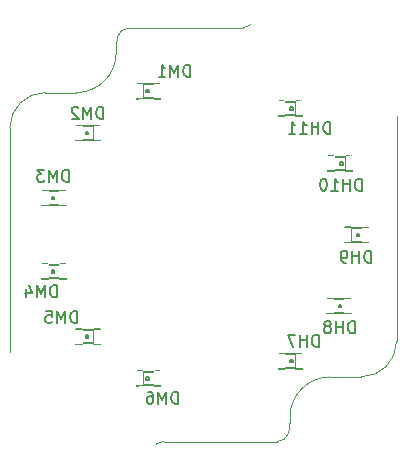
<source format=gbo>
%FSLAX46Y46*%
G04 Gerber Fmt 4.6, Leading zero omitted, Abs format (unit mm)*
G04 Created by KiCad (PCBNEW (2014-jul-16 BZR unknown)-product) date Fri 15 May 2015 05:11:27 PM EDT*
%MOMM*%
G01*
G04 APERTURE LIST*
%ADD10C,0.150000*%
%ADD11C,0.010000*%
%ADD12R,1.198880X1.198880*%
%ADD13C,0.710000*%
%ADD14C,20.000000*%
%ADD15C,0.889000*%
%ADD16C,0.203200*%
G04 APERTURE END LIST*
D10*
D11*
X-6279774Y17513859D02*
X3350000Y17513859D01*
X-7241037Y16789496D02*
G75*
G02X-6279774Y17513859I961263J-275638D01*
G74*
G01*
X-7356884Y15967105D02*
G75*
G02X-7241219Y16788858I2999998J-3246D01*
G74*
G01*
X-7356886Y15963859D02*
X-7356886Y15434116D01*
X-7356886Y15434116D02*
G75*
G02X-10756886Y12034116I-3400000J0D01*
G74*
G01*
X-10756886Y12034116D02*
X-13373666Y12034116D01*
X-16373661Y9039352D02*
G75*
G02X-13373666Y12034116I2999995J-5236D01*
G74*
G01*
X-16373667Y9034116D02*
X-16373667Y-11131265D01*
X-15681866Y-13047567D02*
G75*
G02X-16373667Y-11131265I2308197J1916302D01*
G74*
G01*
X-8143775Y-18703981D02*
G75*
G02X-15679470Y-13050448I8143775J18703983D01*
G74*
G01*
X-6924282Y-18963859D02*
G75*
G02X-8115544Y-18716248I2203J2999999D01*
G74*
G01*
X-6922082Y-18963860D02*
X-5272889Y-18963860D01*
X-4311626Y-18239497D02*
G75*
G02X-5272889Y-18963860I-961263J275638D01*
G74*
G01*
X-4311262Y-18238222D02*
G75*
G02X-3350000Y-17513859I961262J-275637D01*
G74*
G01*
X6279774Y-17513859D02*
X-3350000Y-17513859D01*
X7241037Y-16789496D02*
G75*
G02X6279774Y-17513859I-961263J275638D01*
G74*
G01*
X7356884Y-15967105D02*
G75*
G02X7241219Y-16788858I-2999998J3246D01*
G74*
G01*
X7356886Y-15963859D02*
X7356886Y-15434116D01*
X7356886Y-15434116D02*
G75*
G02X10756886Y-12034116I3400000J0D01*
G74*
G01*
X10756886Y-12034116D02*
X13373666Y-12034116D01*
X16373661Y-9039352D02*
G75*
G02X13373666Y-12034116I-2999995J5236D01*
G74*
G01*
X16373667Y-9034116D02*
X16373667Y11131265D01*
X15681866Y13047567D02*
G75*
G02X16373667Y11131265I-2308197J-1916302D01*
G74*
G01*
X8143775Y18703981D02*
G75*
G02X15679470Y13050448I-8143775J-18703983D01*
G74*
G01*
X6924282Y18963859D02*
G75*
G02X8115544Y18716248I-2203J-2999999D01*
G74*
G01*
X6922082Y18963860D02*
X5272889Y18963860D01*
X4311626Y18239497D02*
G75*
G02X5272889Y18963860I961263J-275638D01*
G74*
G01*
X4311262Y18238222D02*
G75*
G02X3350000Y17513859I-961262J275637D01*
G74*
G01*
D10*
X7877840Y-10999720D02*
X7877840Y-11324840D01*
X7877840Y-11324840D02*
X8378220Y-11324840D01*
X8378220Y-10999720D02*
X8378220Y-11324840D01*
X7877840Y-10999720D02*
X8378220Y-10999720D01*
X7877840Y-10377420D02*
X7877840Y-10527280D01*
X7877840Y-10527280D02*
X8129300Y-10527280D01*
X8129300Y-10377420D02*
X8129300Y-10527280D01*
X7877840Y-10377420D02*
X8129300Y-10377420D01*
X7877840Y-10872720D02*
X7877840Y-11022580D01*
X7877840Y-11022580D02*
X8129300Y-11022580D01*
X8129300Y-10872720D02*
X8129300Y-11022580D01*
X7877840Y-10872720D02*
X8129300Y-10872720D01*
X7877840Y-10501880D02*
X7877840Y-10898120D01*
X7877840Y-10898120D02*
X8053100Y-10898120D01*
X8053100Y-10501880D02*
X8053100Y-10898120D01*
X7877840Y-10501880D02*
X8053100Y-10501880D01*
X6381780Y-10999720D02*
X6381780Y-11324840D01*
X6381780Y-11324840D02*
X6882160Y-11324840D01*
X6882160Y-10999720D02*
X6882160Y-11324840D01*
X6381780Y-10999720D02*
X6882160Y-10999720D01*
X6381780Y-10075160D02*
X6381780Y-10400280D01*
X6381780Y-10400280D02*
X6882160Y-10400280D01*
X6882160Y-10075160D02*
X6882160Y-10400280D01*
X6381780Y-10075160D02*
X6882160Y-10075160D01*
X6630700Y-10872720D02*
X6630700Y-11022580D01*
X6630700Y-11022580D02*
X6882160Y-11022580D01*
X6882160Y-10872720D02*
X6882160Y-11022580D01*
X6630700Y-10872720D02*
X6882160Y-10872720D01*
X6630700Y-10377420D02*
X6630700Y-10527280D01*
X6630700Y-10527280D02*
X6882160Y-10527280D01*
X6882160Y-10377420D02*
X6882160Y-10527280D01*
X6630700Y-10377420D02*
X6882160Y-10377420D01*
X6706900Y-10501880D02*
X6706900Y-10898120D01*
X6706900Y-10898120D02*
X6882160Y-10898120D01*
X6882160Y-10501880D02*
X6882160Y-10898120D01*
X6706900Y-10501880D02*
X6882160Y-10501880D01*
X7380000Y-10600940D02*
X7380000Y-10799060D01*
X7380000Y-10799060D02*
X7578120Y-10799060D01*
X7578120Y-10600940D02*
X7578120Y-10799060D01*
X7380000Y-10600940D02*
X7578120Y-10600940D01*
X7877840Y-10100560D02*
X7877840Y-10400280D01*
X7877840Y-10400280D02*
X8177560Y-10400280D01*
X8177560Y-10100560D02*
X8177560Y-10400280D01*
X7877840Y-10100560D02*
X8177560Y-10100560D01*
X8304560Y-10075160D02*
X8304560Y-10301220D01*
X8304560Y-10301220D02*
X8378220Y-10301220D01*
X8378220Y-10075160D02*
X8378220Y-10301220D01*
X8304560Y-10075160D02*
X8378220Y-10075160D01*
X7903240Y-11274040D02*
X6856760Y-11274040D01*
X6882160Y-10125960D02*
X8304560Y-10125960D01*
X8300202Y-10250420D02*
G75*
G03X8300202Y-10250420I-71842J0D01*
G74*
G01*
X8378220Y-10352020D02*
G75*
G03X8378220Y-11047980I0J-347980D01*
G74*
G01*
X6381780Y-11047980D02*
G75*
G03X6381780Y-10352020I0J347980D01*
G74*
G01*
X12007840Y-6339720D02*
X12007840Y-6664840D01*
X12007840Y-6664840D02*
X12508220Y-6664840D01*
X12508220Y-6339720D02*
X12508220Y-6664840D01*
X12007840Y-6339720D02*
X12508220Y-6339720D01*
X12007840Y-5717420D02*
X12007840Y-5867280D01*
X12007840Y-5867280D02*
X12259300Y-5867280D01*
X12259300Y-5717420D02*
X12259300Y-5867280D01*
X12007840Y-5717420D02*
X12259300Y-5717420D01*
X12007840Y-6212720D02*
X12007840Y-6362580D01*
X12007840Y-6362580D02*
X12259300Y-6362580D01*
X12259300Y-6212720D02*
X12259300Y-6362580D01*
X12007840Y-6212720D02*
X12259300Y-6212720D01*
X12007840Y-5841880D02*
X12007840Y-6238120D01*
X12007840Y-6238120D02*
X12183100Y-6238120D01*
X12183100Y-5841880D02*
X12183100Y-6238120D01*
X12007840Y-5841880D02*
X12183100Y-5841880D01*
X10511780Y-6339720D02*
X10511780Y-6664840D01*
X10511780Y-6664840D02*
X11012160Y-6664840D01*
X11012160Y-6339720D02*
X11012160Y-6664840D01*
X10511780Y-6339720D02*
X11012160Y-6339720D01*
X10511780Y-5415160D02*
X10511780Y-5740280D01*
X10511780Y-5740280D02*
X11012160Y-5740280D01*
X11012160Y-5415160D02*
X11012160Y-5740280D01*
X10511780Y-5415160D02*
X11012160Y-5415160D01*
X10760700Y-6212720D02*
X10760700Y-6362580D01*
X10760700Y-6362580D02*
X11012160Y-6362580D01*
X11012160Y-6212720D02*
X11012160Y-6362580D01*
X10760700Y-6212720D02*
X11012160Y-6212720D01*
X10760700Y-5717420D02*
X10760700Y-5867280D01*
X10760700Y-5867280D02*
X11012160Y-5867280D01*
X11012160Y-5717420D02*
X11012160Y-5867280D01*
X10760700Y-5717420D02*
X11012160Y-5717420D01*
X10836900Y-5841880D02*
X10836900Y-6238120D01*
X10836900Y-6238120D02*
X11012160Y-6238120D01*
X11012160Y-5841880D02*
X11012160Y-6238120D01*
X10836900Y-5841880D02*
X11012160Y-5841880D01*
X11510000Y-5940940D02*
X11510000Y-6139060D01*
X11510000Y-6139060D02*
X11708120Y-6139060D01*
X11708120Y-5940940D02*
X11708120Y-6139060D01*
X11510000Y-5940940D02*
X11708120Y-5940940D01*
X12007840Y-5440560D02*
X12007840Y-5740280D01*
X12007840Y-5740280D02*
X12307560Y-5740280D01*
X12307560Y-5440560D02*
X12307560Y-5740280D01*
X12007840Y-5440560D02*
X12307560Y-5440560D01*
X12434560Y-5415160D02*
X12434560Y-5641220D01*
X12434560Y-5641220D02*
X12508220Y-5641220D01*
X12508220Y-5415160D02*
X12508220Y-5641220D01*
X12434560Y-5415160D02*
X12508220Y-5415160D01*
X12033240Y-6614040D02*
X10986760Y-6614040D01*
X11012160Y-5465960D02*
X12434560Y-5465960D01*
X12430202Y-5590420D02*
G75*
G03X12430202Y-5590420I-71842J0D01*
G74*
G01*
X12508220Y-5692020D02*
G75*
G03X12508220Y-6387980I0J-347980D01*
G74*
G01*
X10511780Y-6387980D02*
G75*
G03X10511780Y-5692020I0J347980D01*
G74*
G01*
X13497840Y-299720D02*
X13497840Y-624840D01*
X13497840Y-624840D02*
X13998220Y-624840D01*
X13998220Y-299720D02*
X13998220Y-624840D01*
X13497840Y-299720D02*
X13998220Y-299720D01*
X13497840Y322580D02*
X13497840Y172720D01*
X13497840Y172720D02*
X13749300Y172720D01*
X13749300Y322580D02*
X13749300Y172720D01*
X13497840Y322580D02*
X13749300Y322580D01*
X13497840Y-172720D02*
X13497840Y-322580D01*
X13497840Y-322580D02*
X13749300Y-322580D01*
X13749300Y-172720D02*
X13749300Y-322580D01*
X13497840Y-172720D02*
X13749300Y-172720D01*
X13497840Y198120D02*
X13497840Y-198120D01*
X13497840Y-198120D02*
X13673100Y-198120D01*
X13673100Y198120D02*
X13673100Y-198120D01*
X13497840Y198120D02*
X13673100Y198120D01*
X12001780Y-299720D02*
X12001780Y-624840D01*
X12001780Y-624840D02*
X12502160Y-624840D01*
X12502160Y-299720D02*
X12502160Y-624840D01*
X12001780Y-299720D02*
X12502160Y-299720D01*
X12001780Y624840D02*
X12001780Y299720D01*
X12001780Y299720D02*
X12502160Y299720D01*
X12502160Y624840D02*
X12502160Y299720D01*
X12001780Y624840D02*
X12502160Y624840D01*
X12250700Y-172720D02*
X12250700Y-322580D01*
X12250700Y-322580D02*
X12502160Y-322580D01*
X12502160Y-172720D02*
X12502160Y-322580D01*
X12250700Y-172720D02*
X12502160Y-172720D01*
X12250700Y322580D02*
X12250700Y172720D01*
X12250700Y172720D02*
X12502160Y172720D01*
X12502160Y322580D02*
X12502160Y172720D01*
X12250700Y322580D02*
X12502160Y322580D01*
X12326900Y198120D02*
X12326900Y-198120D01*
X12326900Y-198120D02*
X12502160Y-198120D01*
X12502160Y198120D02*
X12502160Y-198120D01*
X12326900Y198120D02*
X12502160Y198120D01*
X13000000Y99060D02*
X13000000Y-99060D01*
X13000000Y-99060D02*
X13198120Y-99060D01*
X13198120Y99060D02*
X13198120Y-99060D01*
X13000000Y99060D02*
X13198120Y99060D01*
X13497840Y599440D02*
X13497840Y299720D01*
X13497840Y299720D02*
X13797560Y299720D01*
X13797560Y599440D02*
X13797560Y299720D01*
X13497840Y599440D02*
X13797560Y599440D01*
X13924560Y624840D02*
X13924560Y398780D01*
X13924560Y398780D02*
X13998220Y398780D01*
X13998220Y624840D02*
X13998220Y398780D01*
X13924560Y624840D02*
X13998220Y624840D01*
X13523240Y-574040D02*
X12476760Y-574040D01*
X12502160Y574040D02*
X13924560Y574040D01*
X13920202Y449580D02*
G75*
G03X13920202Y449580I-71842J0D01*
G74*
G01*
X13998220Y347980D02*
G75*
G03X13998220Y-347980I0J-347980D01*
G74*
G01*
X12001780Y-347980D02*
G75*
G03X12001780Y347980I0J347980D01*
G74*
G01*
X12107840Y5740280D02*
X12107840Y5415160D01*
X12107840Y5415160D02*
X12608220Y5415160D01*
X12608220Y5740280D02*
X12608220Y5415160D01*
X12107840Y5740280D02*
X12608220Y5740280D01*
X12107840Y6362580D02*
X12107840Y6212720D01*
X12107840Y6212720D02*
X12359300Y6212720D01*
X12359300Y6362580D02*
X12359300Y6212720D01*
X12107840Y6362580D02*
X12359300Y6362580D01*
X12107840Y5867280D02*
X12107840Y5717420D01*
X12107840Y5717420D02*
X12359300Y5717420D01*
X12359300Y5867280D02*
X12359300Y5717420D01*
X12107840Y5867280D02*
X12359300Y5867280D01*
X12107840Y6238120D02*
X12107840Y5841880D01*
X12107840Y5841880D02*
X12283100Y5841880D01*
X12283100Y6238120D02*
X12283100Y5841880D01*
X12107840Y6238120D02*
X12283100Y6238120D01*
X10611780Y5740280D02*
X10611780Y5415160D01*
X10611780Y5415160D02*
X11112160Y5415160D01*
X11112160Y5740280D02*
X11112160Y5415160D01*
X10611780Y5740280D02*
X11112160Y5740280D01*
X10611780Y6664840D02*
X10611780Y6339720D01*
X10611780Y6339720D02*
X11112160Y6339720D01*
X11112160Y6664840D02*
X11112160Y6339720D01*
X10611780Y6664840D02*
X11112160Y6664840D01*
X10860700Y5867280D02*
X10860700Y5717420D01*
X10860700Y5717420D02*
X11112160Y5717420D01*
X11112160Y5867280D02*
X11112160Y5717420D01*
X10860700Y5867280D02*
X11112160Y5867280D01*
X10860700Y6362580D02*
X10860700Y6212720D01*
X10860700Y6212720D02*
X11112160Y6212720D01*
X11112160Y6362580D02*
X11112160Y6212720D01*
X10860700Y6362580D02*
X11112160Y6362580D01*
X10936900Y6238120D02*
X10936900Y5841880D01*
X10936900Y5841880D02*
X11112160Y5841880D01*
X11112160Y6238120D02*
X11112160Y5841880D01*
X10936900Y6238120D02*
X11112160Y6238120D01*
X11610000Y6139060D02*
X11610000Y5940940D01*
X11610000Y5940940D02*
X11808120Y5940940D01*
X11808120Y6139060D02*
X11808120Y5940940D01*
X11610000Y6139060D02*
X11808120Y6139060D01*
X12107840Y6639440D02*
X12107840Y6339720D01*
X12107840Y6339720D02*
X12407560Y6339720D01*
X12407560Y6639440D02*
X12407560Y6339720D01*
X12107840Y6639440D02*
X12407560Y6639440D01*
X12534560Y6664840D02*
X12534560Y6438780D01*
X12534560Y6438780D02*
X12608220Y6438780D01*
X12608220Y6664840D02*
X12608220Y6438780D01*
X12534560Y6664840D02*
X12608220Y6664840D01*
X12133240Y5465960D02*
X11086760Y5465960D01*
X11112160Y6614040D02*
X12534560Y6614040D01*
X12530202Y6489580D02*
G75*
G03X12530202Y6489580I-71842J0D01*
G74*
G01*
X12608220Y6387980D02*
G75*
G03X12608220Y5692020I0J-347980D01*
G74*
G01*
X10611780Y5692020D02*
G75*
G03X10611780Y6387980I0J347980D01*
G74*
G01*
X7877840Y10400280D02*
X7877840Y10075160D01*
X7877840Y10075160D02*
X8378220Y10075160D01*
X8378220Y10400280D02*
X8378220Y10075160D01*
X7877840Y10400280D02*
X8378220Y10400280D01*
X7877840Y11022580D02*
X7877840Y10872720D01*
X7877840Y10872720D02*
X8129300Y10872720D01*
X8129300Y11022580D02*
X8129300Y10872720D01*
X7877840Y11022580D02*
X8129300Y11022580D01*
X7877840Y10527280D02*
X7877840Y10377420D01*
X7877840Y10377420D02*
X8129300Y10377420D01*
X8129300Y10527280D02*
X8129300Y10377420D01*
X7877840Y10527280D02*
X8129300Y10527280D01*
X7877840Y10898120D02*
X7877840Y10501880D01*
X7877840Y10501880D02*
X8053100Y10501880D01*
X8053100Y10898120D02*
X8053100Y10501880D01*
X7877840Y10898120D02*
X8053100Y10898120D01*
X6381780Y10400280D02*
X6381780Y10075160D01*
X6381780Y10075160D02*
X6882160Y10075160D01*
X6882160Y10400280D02*
X6882160Y10075160D01*
X6381780Y10400280D02*
X6882160Y10400280D01*
X6381780Y11324840D02*
X6381780Y10999720D01*
X6381780Y10999720D02*
X6882160Y10999720D01*
X6882160Y11324840D02*
X6882160Y10999720D01*
X6381780Y11324840D02*
X6882160Y11324840D01*
X6630700Y10527280D02*
X6630700Y10377420D01*
X6630700Y10377420D02*
X6882160Y10377420D01*
X6882160Y10527280D02*
X6882160Y10377420D01*
X6630700Y10527280D02*
X6882160Y10527280D01*
X6630700Y11022580D02*
X6630700Y10872720D01*
X6630700Y10872720D02*
X6882160Y10872720D01*
X6882160Y11022580D02*
X6882160Y10872720D01*
X6630700Y11022580D02*
X6882160Y11022580D01*
X6706900Y10898120D02*
X6706900Y10501880D01*
X6706900Y10501880D02*
X6882160Y10501880D01*
X6882160Y10898120D02*
X6882160Y10501880D01*
X6706900Y10898120D02*
X6882160Y10898120D01*
X7380000Y10799060D02*
X7380000Y10600940D01*
X7380000Y10600940D02*
X7578120Y10600940D01*
X7578120Y10799060D02*
X7578120Y10600940D01*
X7380000Y10799060D02*
X7578120Y10799060D01*
X7877840Y11299440D02*
X7877840Y10999720D01*
X7877840Y10999720D02*
X8177560Y10999720D01*
X8177560Y11299440D02*
X8177560Y10999720D01*
X7877840Y11299440D02*
X8177560Y11299440D01*
X8304560Y11324840D02*
X8304560Y11098780D01*
X8304560Y11098780D02*
X8378220Y11098780D01*
X8378220Y11324840D02*
X8378220Y11098780D01*
X8304560Y11324840D02*
X8378220Y11324840D01*
X7903240Y10125960D02*
X6856760Y10125960D01*
X6882160Y11274040D02*
X8304560Y11274040D01*
X8300202Y11149580D02*
G75*
G03X8300202Y11149580I-71842J0D01*
G74*
G01*
X8378220Y11047980D02*
G75*
G03X8378220Y10352020I0J-347980D01*
G74*
G01*
X6381780Y10352020D02*
G75*
G03X6381780Y11047980I0J347980D01*
G74*
G01*
X-5107840Y12459720D02*
X-5107840Y12784840D01*
X-5107840Y12784840D02*
X-5608220Y12784840D01*
X-5608220Y12459720D02*
X-5608220Y12784840D01*
X-5107840Y12459720D02*
X-5608220Y12459720D01*
X-5107840Y11837420D02*
X-5107840Y11987280D01*
X-5107840Y11987280D02*
X-5359300Y11987280D01*
X-5359300Y11837420D02*
X-5359300Y11987280D01*
X-5107840Y11837420D02*
X-5359300Y11837420D01*
X-5107840Y12332720D02*
X-5107840Y12482580D01*
X-5107840Y12482580D02*
X-5359300Y12482580D01*
X-5359300Y12332720D02*
X-5359300Y12482580D01*
X-5107840Y12332720D02*
X-5359300Y12332720D01*
X-5107840Y11961880D02*
X-5107840Y12358120D01*
X-5107840Y12358120D02*
X-5283100Y12358120D01*
X-5283100Y11961880D02*
X-5283100Y12358120D01*
X-5107840Y11961880D02*
X-5283100Y11961880D01*
X-3611780Y12459720D02*
X-3611780Y12784840D01*
X-3611780Y12784840D02*
X-4112160Y12784840D01*
X-4112160Y12459720D02*
X-4112160Y12784840D01*
X-3611780Y12459720D02*
X-4112160Y12459720D01*
X-3611780Y11535160D02*
X-3611780Y11860280D01*
X-3611780Y11860280D02*
X-4112160Y11860280D01*
X-4112160Y11535160D02*
X-4112160Y11860280D01*
X-3611780Y11535160D02*
X-4112160Y11535160D01*
X-3860700Y12332720D02*
X-3860700Y12482580D01*
X-3860700Y12482580D02*
X-4112160Y12482580D01*
X-4112160Y12332720D02*
X-4112160Y12482580D01*
X-3860700Y12332720D02*
X-4112160Y12332720D01*
X-3860700Y11837420D02*
X-3860700Y11987280D01*
X-3860700Y11987280D02*
X-4112160Y11987280D01*
X-4112160Y11837420D02*
X-4112160Y11987280D01*
X-3860700Y11837420D02*
X-4112160Y11837420D01*
X-3936900Y11961880D02*
X-3936900Y12358120D01*
X-3936900Y12358120D02*
X-4112160Y12358120D01*
X-4112160Y11961880D02*
X-4112160Y12358120D01*
X-3936900Y11961880D02*
X-4112160Y11961880D01*
X-4610000Y12060940D02*
X-4610000Y12259060D01*
X-4610000Y12259060D02*
X-4808120Y12259060D01*
X-4808120Y12060940D02*
X-4808120Y12259060D01*
X-4610000Y12060940D02*
X-4808120Y12060940D01*
X-5107840Y11560560D02*
X-5107840Y11860280D01*
X-5107840Y11860280D02*
X-5407560Y11860280D01*
X-5407560Y11560560D02*
X-5407560Y11860280D01*
X-5107840Y11560560D02*
X-5407560Y11560560D01*
X-5534560Y11535160D02*
X-5534560Y11761220D01*
X-5534560Y11761220D02*
X-5608220Y11761220D01*
X-5608220Y11535160D02*
X-5608220Y11761220D01*
X-5534560Y11535160D02*
X-5608220Y11535160D01*
X-5133240Y12734040D02*
X-4086760Y12734040D01*
X-4112160Y11585960D02*
X-5534560Y11585960D01*
X-5386518Y11710420D02*
G75*
G03X-5386518Y11710420I-71842J0D01*
G74*
G01*
X-5608220Y11812020D02*
G75*
G03X-5608220Y12507980I0J347980D01*
G74*
G01*
X-3611780Y12507980D02*
G75*
G03X-3611780Y11812020I0J-347980D01*
G74*
G01*
X-10227840Y8919720D02*
X-10227840Y9244840D01*
X-10227840Y9244840D02*
X-10728220Y9244840D01*
X-10728220Y8919720D02*
X-10728220Y9244840D01*
X-10227840Y8919720D02*
X-10728220Y8919720D01*
X-10227840Y8297420D02*
X-10227840Y8447280D01*
X-10227840Y8447280D02*
X-10479300Y8447280D01*
X-10479300Y8297420D02*
X-10479300Y8447280D01*
X-10227840Y8297420D02*
X-10479300Y8297420D01*
X-10227840Y8792720D02*
X-10227840Y8942580D01*
X-10227840Y8942580D02*
X-10479300Y8942580D01*
X-10479300Y8792720D02*
X-10479300Y8942580D01*
X-10227840Y8792720D02*
X-10479300Y8792720D01*
X-10227840Y8421880D02*
X-10227840Y8818120D01*
X-10227840Y8818120D02*
X-10403100Y8818120D01*
X-10403100Y8421880D02*
X-10403100Y8818120D01*
X-10227840Y8421880D02*
X-10403100Y8421880D01*
X-8731780Y8919720D02*
X-8731780Y9244840D01*
X-8731780Y9244840D02*
X-9232160Y9244840D01*
X-9232160Y8919720D02*
X-9232160Y9244840D01*
X-8731780Y8919720D02*
X-9232160Y8919720D01*
X-8731780Y7995160D02*
X-8731780Y8320280D01*
X-8731780Y8320280D02*
X-9232160Y8320280D01*
X-9232160Y7995160D02*
X-9232160Y8320280D01*
X-8731780Y7995160D02*
X-9232160Y7995160D01*
X-8980700Y8792720D02*
X-8980700Y8942580D01*
X-8980700Y8942580D02*
X-9232160Y8942580D01*
X-9232160Y8792720D02*
X-9232160Y8942580D01*
X-8980700Y8792720D02*
X-9232160Y8792720D01*
X-8980700Y8297420D02*
X-8980700Y8447280D01*
X-8980700Y8447280D02*
X-9232160Y8447280D01*
X-9232160Y8297420D02*
X-9232160Y8447280D01*
X-8980700Y8297420D02*
X-9232160Y8297420D01*
X-9056900Y8421880D02*
X-9056900Y8818120D01*
X-9056900Y8818120D02*
X-9232160Y8818120D01*
X-9232160Y8421880D02*
X-9232160Y8818120D01*
X-9056900Y8421880D02*
X-9232160Y8421880D01*
X-9730000Y8520940D02*
X-9730000Y8719060D01*
X-9730000Y8719060D02*
X-9928120Y8719060D01*
X-9928120Y8520940D02*
X-9928120Y8719060D01*
X-9730000Y8520940D02*
X-9928120Y8520940D01*
X-10227840Y8020560D02*
X-10227840Y8320280D01*
X-10227840Y8320280D02*
X-10527560Y8320280D01*
X-10527560Y8020560D02*
X-10527560Y8320280D01*
X-10227840Y8020560D02*
X-10527560Y8020560D01*
X-10654560Y7995160D02*
X-10654560Y8221220D01*
X-10654560Y8221220D02*
X-10728220Y8221220D01*
X-10728220Y7995160D02*
X-10728220Y8221220D01*
X-10654560Y7995160D02*
X-10728220Y7995160D01*
X-10253240Y9194040D02*
X-9206760Y9194040D01*
X-9232160Y8045960D02*
X-10654560Y8045960D01*
X-10506518Y8170420D02*
G75*
G03X-10506518Y8170420I-71842J0D01*
G74*
G01*
X-10728220Y8272020D02*
G75*
G03X-10728220Y8967980I0J347980D01*
G74*
G01*
X-8731780Y8967980D02*
G75*
G03X-8731780Y8272020I0J-347980D01*
G74*
G01*
X-13117840Y3409720D02*
X-13117840Y3734840D01*
X-13117840Y3734840D02*
X-13618220Y3734840D01*
X-13618220Y3409720D02*
X-13618220Y3734840D01*
X-13117840Y3409720D02*
X-13618220Y3409720D01*
X-13117840Y2787420D02*
X-13117840Y2937280D01*
X-13117840Y2937280D02*
X-13369300Y2937280D01*
X-13369300Y2787420D02*
X-13369300Y2937280D01*
X-13117840Y2787420D02*
X-13369300Y2787420D01*
X-13117840Y3282720D02*
X-13117840Y3432580D01*
X-13117840Y3432580D02*
X-13369300Y3432580D01*
X-13369300Y3282720D02*
X-13369300Y3432580D01*
X-13117840Y3282720D02*
X-13369300Y3282720D01*
X-13117840Y2911880D02*
X-13117840Y3308120D01*
X-13117840Y3308120D02*
X-13293100Y3308120D01*
X-13293100Y2911880D02*
X-13293100Y3308120D01*
X-13117840Y2911880D02*
X-13293100Y2911880D01*
X-11621780Y3409720D02*
X-11621780Y3734840D01*
X-11621780Y3734840D02*
X-12122160Y3734840D01*
X-12122160Y3409720D02*
X-12122160Y3734840D01*
X-11621780Y3409720D02*
X-12122160Y3409720D01*
X-11621780Y2485160D02*
X-11621780Y2810280D01*
X-11621780Y2810280D02*
X-12122160Y2810280D01*
X-12122160Y2485160D02*
X-12122160Y2810280D01*
X-11621780Y2485160D02*
X-12122160Y2485160D01*
X-11870700Y3282720D02*
X-11870700Y3432580D01*
X-11870700Y3432580D02*
X-12122160Y3432580D01*
X-12122160Y3282720D02*
X-12122160Y3432580D01*
X-11870700Y3282720D02*
X-12122160Y3282720D01*
X-11870700Y2787420D02*
X-11870700Y2937280D01*
X-11870700Y2937280D02*
X-12122160Y2937280D01*
X-12122160Y2787420D02*
X-12122160Y2937280D01*
X-11870700Y2787420D02*
X-12122160Y2787420D01*
X-11946900Y2911880D02*
X-11946900Y3308120D01*
X-11946900Y3308120D02*
X-12122160Y3308120D01*
X-12122160Y2911880D02*
X-12122160Y3308120D01*
X-11946900Y2911880D02*
X-12122160Y2911880D01*
X-12620000Y3010940D02*
X-12620000Y3209060D01*
X-12620000Y3209060D02*
X-12818120Y3209060D01*
X-12818120Y3010940D02*
X-12818120Y3209060D01*
X-12620000Y3010940D02*
X-12818120Y3010940D01*
X-13117840Y2510560D02*
X-13117840Y2810280D01*
X-13117840Y2810280D02*
X-13417560Y2810280D01*
X-13417560Y2510560D02*
X-13417560Y2810280D01*
X-13117840Y2510560D02*
X-13417560Y2510560D01*
X-13544560Y2485160D02*
X-13544560Y2711220D01*
X-13544560Y2711220D02*
X-13618220Y2711220D01*
X-13618220Y2485160D02*
X-13618220Y2711220D01*
X-13544560Y2485160D02*
X-13618220Y2485160D01*
X-13143240Y3684040D02*
X-12096760Y3684040D01*
X-12122160Y2535960D02*
X-13544560Y2535960D01*
X-13396518Y2660420D02*
G75*
G03X-13396518Y2660420I-71842J0D01*
G74*
G01*
X-13618220Y2762020D02*
G75*
G03X-13618220Y3457980I0J347980D01*
G74*
G01*
X-11621780Y3457980D02*
G75*
G03X-11621780Y2762020I0J-347980D01*
G74*
G01*
X-13117840Y-2810280D02*
X-13117840Y-2485160D01*
X-13117840Y-2485160D02*
X-13618220Y-2485160D01*
X-13618220Y-2810280D02*
X-13618220Y-2485160D01*
X-13117840Y-2810280D02*
X-13618220Y-2810280D01*
X-13117840Y-3432580D02*
X-13117840Y-3282720D01*
X-13117840Y-3282720D02*
X-13369300Y-3282720D01*
X-13369300Y-3432580D02*
X-13369300Y-3282720D01*
X-13117840Y-3432580D02*
X-13369300Y-3432580D01*
X-13117840Y-2937280D02*
X-13117840Y-2787420D01*
X-13117840Y-2787420D02*
X-13369300Y-2787420D01*
X-13369300Y-2937280D02*
X-13369300Y-2787420D01*
X-13117840Y-2937280D02*
X-13369300Y-2937280D01*
X-13117840Y-3308120D02*
X-13117840Y-2911880D01*
X-13117840Y-2911880D02*
X-13293100Y-2911880D01*
X-13293100Y-3308120D02*
X-13293100Y-2911880D01*
X-13117840Y-3308120D02*
X-13293100Y-3308120D01*
X-11621780Y-2810280D02*
X-11621780Y-2485160D01*
X-11621780Y-2485160D02*
X-12122160Y-2485160D01*
X-12122160Y-2810280D02*
X-12122160Y-2485160D01*
X-11621780Y-2810280D02*
X-12122160Y-2810280D01*
X-11621780Y-3734840D02*
X-11621780Y-3409720D01*
X-11621780Y-3409720D02*
X-12122160Y-3409720D01*
X-12122160Y-3734840D02*
X-12122160Y-3409720D01*
X-11621780Y-3734840D02*
X-12122160Y-3734840D01*
X-11870700Y-2937280D02*
X-11870700Y-2787420D01*
X-11870700Y-2787420D02*
X-12122160Y-2787420D01*
X-12122160Y-2937280D02*
X-12122160Y-2787420D01*
X-11870700Y-2937280D02*
X-12122160Y-2937280D01*
X-11870700Y-3432580D02*
X-11870700Y-3282720D01*
X-11870700Y-3282720D02*
X-12122160Y-3282720D01*
X-12122160Y-3432580D02*
X-12122160Y-3282720D01*
X-11870700Y-3432580D02*
X-12122160Y-3432580D01*
X-11946900Y-3308120D02*
X-11946900Y-2911880D01*
X-11946900Y-2911880D02*
X-12122160Y-2911880D01*
X-12122160Y-3308120D02*
X-12122160Y-2911880D01*
X-11946900Y-3308120D02*
X-12122160Y-3308120D01*
X-12620000Y-3209060D02*
X-12620000Y-3010940D01*
X-12620000Y-3010940D02*
X-12818120Y-3010940D01*
X-12818120Y-3209060D02*
X-12818120Y-3010940D01*
X-12620000Y-3209060D02*
X-12818120Y-3209060D01*
X-13117840Y-3709440D02*
X-13117840Y-3409720D01*
X-13117840Y-3409720D02*
X-13417560Y-3409720D01*
X-13417560Y-3709440D02*
X-13417560Y-3409720D01*
X-13117840Y-3709440D02*
X-13417560Y-3709440D01*
X-13544560Y-3734840D02*
X-13544560Y-3508780D01*
X-13544560Y-3508780D02*
X-13618220Y-3508780D01*
X-13618220Y-3734840D02*
X-13618220Y-3508780D01*
X-13544560Y-3734840D02*
X-13618220Y-3734840D01*
X-13143240Y-2535960D02*
X-12096760Y-2535960D01*
X-12122160Y-3684040D02*
X-13544560Y-3684040D01*
X-13396518Y-3559580D02*
G75*
G03X-13396518Y-3559580I-71842J0D01*
G74*
G01*
X-13618220Y-3457980D02*
G75*
G03X-13618220Y-2762020I0J347980D01*
G74*
G01*
X-11621780Y-2762020D02*
G75*
G03X-11621780Y-3457980I0J-347980D01*
G74*
G01*
X-10227840Y-8320280D02*
X-10227840Y-7995160D01*
X-10227840Y-7995160D02*
X-10728220Y-7995160D01*
X-10728220Y-8320280D02*
X-10728220Y-7995160D01*
X-10227840Y-8320280D02*
X-10728220Y-8320280D01*
X-10227840Y-8942580D02*
X-10227840Y-8792720D01*
X-10227840Y-8792720D02*
X-10479300Y-8792720D01*
X-10479300Y-8942580D02*
X-10479300Y-8792720D01*
X-10227840Y-8942580D02*
X-10479300Y-8942580D01*
X-10227840Y-8447280D02*
X-10227840Y-8297420D01*
X-10227840Y-8297420D02*
X-10479300Y-8297420D01*
X-10479300Y-8447280D02*
X-10479300Y-8297420D01*
X-10227840Y-8447280D02*
X-10479300Y-8447280D01*
X-10227840Y-8818120D02*
X-10227840Y-8421880D01*
X-10227840Y-8421880D02*
X-10403100Y-8421880D01*
X-10403100Y-8818120D02*
X-10403100Y-8421880D01*
X-10227840Y-8818120D02*
X-10403100Y-8818120D01*
X-8731780Y-8320280D02*
X-8731780Y-7995160D01*
X-8731780Y-7995160D02*
X-9232160Y-7995160D01*
X-9232160Y-8320280D02*
X-9232160Y-7995160D01*
X-8731780Y-8320280D02*
X-9232160Y-8320280D01*
X-8731780Y-9244840D02*
X-8731780Y-8919720D01*
X-8731780Y-8919720D02*
X-9232160Y-8919720D01*
X-9232160Y-9244840D02*
X-9232160Y-8919720D01*
X-8731780Y-9244840D02*
X-9232160Y-9244840D01*
X-8980700Y-8447280D02*
X-8980700Y-8297420D01*
X-8980700Y-8297420D02*
X-9232160Y-8297420D01*
X-9232160Y-8447280D02*
X-9232160Y-8297420D01*
X-8980700Y-8447280D02*
X-9232160Y-8447280D01*
X-8980700Y-8942580D02*
X-8980700Y-8792720D01*
X-8980700Y-8792720D02*
X-9232160Y-8792720D01*
X-9232160Y-8942580D02*
X-9232160Y-8792720D01*
X-8980700Y-8942580D02*
X-9232160Y-8942580D01*
X-9056900Y-8818120D02*
X-9056900Y-8421880D01*
X-9056900Y-8421880D02*
X-9232160Y-8421880D01*
X-9232160Y-8818120D02*
X-9232160Y-8421880D01*
X-9056900Y-8818120D02*
X-9232160Y-8818120D01*
X-9730000Y-8719060D02*
X-9730000Y-8520940D01*
X-9730000Y-8520940D02*
X-9928120Y-8520940D01*
X-9928120Y-8719060D02*
X-9928120Y-8520940D01*
X-9730000Y-8719060D02*
X-9928120Y-8719060D01*
X-10227840Y-9219440D02*
X-10227840Y-8919720D01*
X-10227840Y-8919720D02*
X-10527560Y-8919720D01*
X-10527560Y-9219440D02*
X-10527560Y-8919720D01*
X-10227840Y-9219440D02*
X-10527560Y-9219440D01*
X-10654560Y-9244840D02*
X-10654560Y-9018780D01*
X-10654560Y-9018780D02*
X-10728220Y-9018780D01*
X-10728220Y-9244840D02*
X-10728220Y-9018780D01*
X-10654560Y-9244840D02*
X-10728220Y-9244840D01*
X-10253240Y-8045960D02*
X-9206760Y-8045960D01*
X-9232160Y-9194040D02*
X-10654560Y-9194040D01*
X-10506518Y-9069580D02*
G75*
G03X-10506518Y-9069580I-71842J0D01*
G74*
G01*
X-10728220Y-8967980D02*
G75*
G03X-10728220Y-8272020I0J347980D01*
G74*
G01*
X-8731780Y-8272020D02*
G75*
G03X-8731780Y-8967980I0J-347980D01*
G74*
G01*
X-5107840Y-11860280D02*
X-5107840Y-11535160D01*
X-5107840Y-11535160D02*
X-5608220Y-11535160D01*
X-5608220Y-11860280D02*
X-5608220Y-11535160D01*
X-5107840Y-11860280D02*
X-5608220Y-11860280D01*
X-5107840Y-12482580D02*
X-5107840Y-12332720D01*
X-5107840Y-12332720D02*
X-5359300Y-12332720D01*
X-5359300Y-12482580D02*
X-5359300Y-12332720D01*
X-5107840Y-12482580D02*
X-5359300Y-12482580D01*
X-5107840Y-11987280D02*
X-5107840Y-11837420D01*
X-5107840Y-11837420D02*
X-5359300Y-11837420D01*
X-5359300Y-11987280D02*
X-5359300Y-11837420D01*
X-5107840Y-11987280D02*
X-5359300Y-11987280D01*
X-5107840Y-12358120D02*
X-5107840Y-11961880D01*
X-5107840Y-11961880D02*
X-5283100Y-11961880D01*
X-5283100Y-12358120D02*
X-5283100Y-11961880D01*
X-5107840Y-12358120D02*
X-5283100Y-12358120D01*
X-3611780Y-11860280D02*
X-3611780Y-11535160D01*
X-3611780Y-11535160D02*
X-4112160Y-11535160D01*
X-4112160Y-11860280D02*
X-4112160Y-11535160D01*
X-3611780Y-11860280D02*
X-4112160Y-11860280D01*
X-3611780Y-12784840D02*
X-3611780Y-12459720D01*
X-3611780Y-12459720D02*
X-4112160Y-12459720D01*
X-4112160Y-12784840D02*
X-4112160Y-12459720D01*
X-3611780Y-12784840D02*
X-4112160Y-12784840D01*
X-3860700Y-11987280D02*
X-3860700Y-11837420D01*
X-3860700Y-11837420D02*
X-4112160Y-11837420D01*
X-4112160Y-11987280D02*
X-4112160Y-11837420D01*
X-3860700Y-11987280D02*
X-4112160Y-11987280D01*
X-3860700Y-12482580D02*
X-3860700Y-12332720D01*
X-3860700Y-12332720D02*
X-4112160Y-12332720D01*
X-4112160Y-12482580D02*
X-4112160Y-12332720D01*
X-3860700Y-12482580D02*
X-4112160Y-12482580D01*
X-3936900Y-12358120D02*
X-3936900Y-11961880D01*
X-3936900Y-11961880D02*
X-4112160Y-11961880D01*
X-4112160Y-12358120D02*
X-4112160Y-11961880D01*
X-3936900Y-12358120D02*
X-4112160Y-12358120D01*
X-4610000Y-12259060D02*
X-4610000Y-12060940D01*
X-4610000Y-12060940D02*
X-4808120Y-12060940D01*
X-4808120Y-12259060D02*
X-4808120Y-12060940D01*
X-4610000Y-12259060D02*
X-4808120Y-12259060D01*
X-5107840Y-12759440D02*
X-5107840Y-12459720D01*
X-5107840Y-12459720D02*
X-5407560Y-12459720D01*
X-5407560Y-12759440D02*
X-5407560Y-12459720D01*
X-5107840Y-12759440D02*
X-5407560Y-12759440D01*
X-5534560Y-12784840D02*
X-5534560Y-12558780D01*
X-5534560Y-12558780D02*
X-5608220Y-12558780D01*
X-5608220Y-12784840D02*
X-5608220Y-12558780D01*
X-5534560Y-12784840D02*
X-5608220Y-12784840D01*
X-5133240Y-11585960D02*
X-4086760Y-11585960D01*
X-4112160Y-12734040D02*
X-5534560Y-12734040D01*
X-5386518Y-12609580D02*
G75*
G03X-5386518Y-12609580I-71842J0D01*
G74*
G01*
X-5608220Y-12507980D02*
G75*
G03X-5608220Y-11812020I0J347980D01*
G74*
G01*
X-3611780Y-11812020D02*
G75*
G03X-3611780Y-12507980I0J-347980D01*
G74*
G01*
X9770905Y-9469381D02*
X9770905Y-8469381D01*
X9532810Y-8469381D01*
X9389952Y-8517000D01*
X9294714Y-8612238D01*
X9247095Y-8707476D01*
X9199476Y-8897952D01*
X9199476Y-9040810D01*
X9247095Y-9231286D01*
X9294714Y-9326524D01*
X9389952Y-9421762D01*
X9532810Y-9469381D01*
X9770905Y-9469381D01*
X8770905Y-9469381D02*
X8770905Y-8469381D01*
X8770905Y-8945571D02*
X8199476Y-8945571D01*
X8199476Y-9469381D02*
X8199476Y-8469381D01*
X7818524Y-8469381D02*
X7151857Y-8469381D01*
X7580429Y-9469381D01*
X12818905Y-8326381D02*
X12818905Y-7326381D01*
X12580810Y-7326381D01*
X12437952Y-7374000D01*
X12342714Y-7469238D01*
X12295095Y-7564476D01*
X12247476Y-7754952D01*
X12247476Y-7897810D01*
X12295095Y-8088286D01*
X12342714Y-8183524D01*
X12437952Y-8278762D01*
X12580810Y-8326381D01*
X12818905Y-8326381D01*
X11818905Y-8326381D02*
X11818905Y-7326381D01*
X11818905Y-7802571D02*
X11247476Y-7802571D01*
X11247476Y-8326381D02*
X11247476Y-7326381D01*
X10628429Y-7754952D02*
X10723667Y-7707333D01*
X10771286Y-7659714D01*
X10818905Y-7564476D01*
X10818905Y-7516857D01*
X10771286Y-7421619D01*
X10723667Y-7374000D01*
X10628429Y-7326381D01*
X10437952Y-7326381D01*
X10342714Y-7374000D01*
X10295095Y-7421619D01*
X10247476Y-7516857D01*
X10247476Y-7564476D01*
X10295095Y-7659714D01*
X10342714Y-7707333D01*
X10437952Y-7754952D01*
X10628429Y-7754952D01*
X10723667Y-7802571D01*
X10771286Y-7850190D01*
X10818905Y-7945429D01*
X10818905Y-8135905D01*
X10771286Y-8231143D01*
X10723667Y-8278762D01*
X10628429Y-8326381D01*
X10437952Y-8326381D01*
X10342714Y-8278762D01*
X10295095Y-8231143D01*
X10247476Y-8135905D01*
X10247476Y-7945429D01*
X10295095Y-7850190D01*
X10342714Y-7802571D01*
X10437952Y-7754952D01*
X14215905Y-2357381D02*
X14215905Y-1357381D01*
X13977810Y-1357381D01*
X13834952Y-1405000D01*
X13739714Y-1500238D01*
X13692095Y-1595476D01*
X13644476Y-1785952D01*
X13644476Y-1928810D01*
X13692095Y-2119286D01*
X13739714Y-2214524D01*
X13834952Y-2309762D01*
X13977810Y-2357381D01*
X14215905Y-2357381D01*
X13215905Y-2357381D02*
X13215905Y-1357381D01*
X13215905Y-1833571D02*
X12644476Y-1833571D01*
X12644476Y-2357381D02*
X12644476Y-1357381D01*
X12120667Y-2357381D02*
X11930191Y-2357381D01*
X11834952Y-2309762D01*
X11787333Y-2262143D01*
X11692095Y-2119286D01*
X11644476Y-1928810D01*
X11644476Y-1547857D01*
X11692095Y-1452619D01*
X11739714Y-1405000D01*
X11834952Y-1357381D01*
X12025429Y-1357381D01*
X12120667Y-1405000D01*
X12168286Y-1452619D01*
X12215905Y-1547857D01*
X12215905Y-1785952D01*
X12168286Y-1881190D01*
X12120667Y-1928810D01*
X12025429Y-1976429D01*
X11834952Y-1976429D01*
X11739714Y-1928810D01*
X11692095Y-1881190D01*
X11644476Y-1785952D01*
X13422095Y3738619D02*
X13422095Y4738619D01*
X13184000Y4738619D01*
X13041142Y4691000D01*
X12945904Y4595762D01*
X12898285Y4500524D01*
X12850666Y4310048D01*
X12850666Y4167190D01*
X12898285Y3976714D01*
X12945904Y3881476D01*
X13041142Y3786238D01*
X13184000Y3738619D01*
X13422095Y3738619D01*
X12422095Y3738619D02*
X12422095Y4738619D01*
X12422095Y4262429D02*
X11850666Y4262429D01*
X11850666Y3738619D02*
X11850666Y4738619D01*
X10850666Y3738619D02*
X11422095Y3738619D01*
X11136381Y3738619D02*
X11136381Y4738619D01*
X11231619Y4595762D01*
X11326857Y4500524D01*
X11422095Y4452905D01*
X10231619Y4738619D02*
X10136380Y4738619D01*
X10041142Y4691000D01*
X9993523Y4643381D01*
X9945904Y4548143D01*
X9898285Y4357667D01*
X9898285Y4119571D01*
X9945904Y3929095D01*
X9993523Y3833857D01*
X10041142Y3786238D01*
X10136380Y3738619D01*
X10231619Y3738619D01*
X10326857Y3786238D01*
X10374476Y3833857D01*
X10422095Y3929095D01*
X10469714Y4119571D01*
X10469714Y4357667D01*
X10422095Y4548143D01*
X10374476Y4643381D01*
X10326857Y4691000D01*
X10231619Y4738619D01*
X10755095Y8564619D02*
X10755095Y9564619D01*
X10517000Y9564619D01*
X10374142Y9517000D01*
X10278904Y9421762D01*
X10231285Y9326524D01*
X10183666Y9136048D01*
X10183666Y8993190D01*
X10231285Y8802714D01*
X10278904Y8707476D01*
X10374142Y8612238D01*
X10517000Y8564619D01*
X10755095Y8564619D01*
X9755095Y8564619D02*
X9755095Y9564619D01*
X9755095Y9088429D02*
X9183666Y9088429D01*
X9183666Y8564619D02*
X9183666Y9564619D01*
X8183666Y8564619D02*
X8755095Y8564619D01*
X8469381Y8564619D02*
X8469381Y9564619D01*
X8564619Y9421762D01*
X8659857Y9326524D01*
X8755095Y9278905D01*
X7231285Y8564619D02*
X7802714Y8564619D01*
X7517000Y8564619D02*
X7517000Y9564619D01*
X7612238Y9421762D01*
X7707476Y9326524D01*
X7802714Y9278905D01*
X-1103476Y13390619D02*
X-1103476Y14390619D01*
X-1341571Y14390619D01*
X-1484429Y14343000D01*
X-1579667Y14247762D01*
X-1627286Y14152524D01*
X-1674905Y13962048D01*
X-1674905Y13819190D01*
X-1627286Y13628714D01*
X-1579667Y13533476D01*
X-1484429Y13438238D01*
X-1341571Y13390619D01*
X-1103476Y13390619D01*
X-2103476Y13390619D02*
X-2103476Y14390619D01*
X-2436810Y13676333D01*
X-2770143Y14390619D01*
X-2770143Y13390619D01*
X-3770143Y13390619D02*
X-3198714Y13390619D01*
X-3484428Y13390619D02*
X-3484428Y14390619D01*
X-3389190Y14247762D01*
X-3293952Y14152524D01*
X-3198714Y14104905D01*
X-8469476Y9834619D02*
X-8469476Y10834619D01*
X-8707571Y10834619D01*
X-8850429Y10787000D01*
X-8945667Y10691762D01*
X-8993286Y10596524D01*
X-9040905Y10406048D01*
X-9040905Y10263190D01*
X-8993286Y10072714D01*
X-8945667Y9977476D01*
X-8850429Y9882238D01*
X-8707571Y9834619D01*
X-8469476Y9834619D01*
X-9469476Y9834619D02*
X-9469476Y10834619D01*
X-9802810Y10120333D01*
X-10136143Y10834619D01*
X-10136143Y9834619D01*
X-10564714Y10739381D02*
X-10612333Y10787000D01*
X-10707571Y10834619D01*
X-10945667Y10834619D01*
X-11040905Y10787000D01*
X-11088524Y10739381D01*
X-11136143Y10644143D01*
X-11136143Y10548905D01*
X-11088524Y10406048D01*
X-10517095Y9834619D01*
X-11136143Y9834619D01*
X-11390476Y4500619D02*
X-11390476Y5500619D01*
X-11628571Y5500619D01*
X-11771429Y5453000D01*
X-11866667Y5357762D01*
X-11914286Y5262524D01*
X-11961905Y5072048D01*
X-11961905Y4929190D01*
X-11914286Y4738714D01*
X-11866667Y4643476D01*
X-11771429Y4548238D01*
X-11628571Y4500619D01*
X-11390476Y4500619D01*
X-12390476Y4500619D02*
X-12390476Y5500619D01*
X-12723810Y4786333D01*
X-13057143Y5500619D01*
X-13057143Y4500619D01*
X-13438095Y5500619D02*
X-14057143Y5500619D01*
X-13723809Y5119667D01*
X-13866667Y5119667D01*
X-13961905Y5072048D01*
X-14009524Y5024429D01*
X-14057143Y4929190D01*
X-14057143Y4691095D01*
X-14009524Y4595857D01*
X-13961905Y4548238D01*
X-13866667Y4500619D01*
X-13580952Y4500619D01*
X-13485714Y4548238D01*
X-13438095Y4595857D01*
X-12406476Y-5278381D02*
X-12406476Y-4278381D01*
X-12644571Y-4278381D01*
X-12787429Y-4326000D01*
X-12882667Y-4421238D01*
X-12930286Y-4516476D01*
X-12977905Y-4706952D01*
X-12977905Y-4849810D01*
X-12930286Y-5040286D01*
X-12882667Y-5135524D01*
X-12787429Y-5230762D01*
X-12644571Y-5278381D01*
X-12406476Y-5278381D01*
X-13406476Y-5278381D02*
X-13406476Y-4278381D01*
X-13739810Y-4992667D01*
X-14073143Y-4278381D01*
X-14073143Y-5278381D01*
X-14977905Y-4611714D02*
X-14977905Y-5278381D01*
X-14739809Y-4230762D02*
X-14501714Y-4945048D01*
X-15120762Y-4945048D01*
X-10690476Y-7452381D02*
X-10690476Y-6452381D01*
X-10928571Y-6452381D01*
X-11071429Y-6500000D01*
X-11166667Y-6595238D01*
X-11214286Y-6690476D01*
X-11261905Y-6880952D01*
X-11261905Y-7023810D01*
X-11214286Y-7214286D01*
X-11166667Y-7309524D01*
X-11071429Y-7404762D01*
X-10928571Y-7452381D01*
X-10690476Y-7452381D01*
X-11690476Y-7452381D02*
X-11690476Y-6452381D01*
X-12023810Y-7166667D01*
X-12357143Y-6452381D01*
X-12357143Y-7452381D01*
X-13309524Y-6452381D02*
X-12833333Y-6452381D01*
X-12785714Y-6928571D01*
X-12833333Y-6880952D01*
X-12928571Y-6833333D01*
X-13166667Y-6833333D01*
X-13261905Y-6880952D01*
X-13309524Y-6928571D01*
X-13357143Y-7023810D01*
X-13357143Y-7261905D01*
X-13309524Y-7357143D01*
X-13261905Y-7404762D01*
X-13166667Y-7452381D01*
X-12928571Y-7452381D01*
X-12833333Y-7404762D01*
X-12785714Y-7357143D01*
X-2119476Y-14295381D02*
X-2119476Y-13295381D01*
X-2357571Y-13295381D01*
X-2500429Y-13343000D01*
X-2595667Y-13438238D01*
X-2643286Y-13533476D01*
X-2690905Y-13723952D01*
X-2690905Y-13866810D01*
X-2643286Y-14057286D01*
X-2595667Y-14152524D01*
X-2500429Y-14247762D01*
X-2357571Y-14295381D01*
X-2119476Y-14295381D01*
X-3119476Y-14295381D02*
X-3119476Y-13295381D01*
X-3452810Y-14009667D01*
X-3786143Y-13295381D01*
X-3786143Y-14295381D01*
X-4690905Y-13295381D02*
X-4500428Y-13295381D01*
X-4405190Y-13343000D01*
X-4357571Y-13390619D01*
X-4262333Y-13533476D01*
X-4214714Y-13723952D01*
X-4214714Y-14104905D01*
X-4262333Y-14200143D01*
X-4309952Y-14247762D01*
X-4405190Y-14295381D01*
X-4595667Y-14295381D01*
X-4690905Y-14247762D01*
X-4738524Y-14200143D01*
X-4786143Y-14104905D01*
X-4786143Y-13866810D01*
X-4738524Y-13771571D01*
X-4690905Y-13723952D01*
X-4595667Y-13676333D01*
X-4405190Y-13676333D01*
X-4309952Y-13723952D01*
X-4262333Y-13771571D01*
X-4214714Y-13866810D01*
%LPC*%
D12*
X6330980Y-10700000D03*
X8429020Y-10700000D03*
X10460980Y-6040000D03*
X12559020Y-6040000D03*
X11950980Y0D03*
X14049020Y0D03*
X10560980Y6040000D03*
X12659020Y6040000D03*
X6330980Y10700000D03*
X8429020Y10700000D03*
X-3560980Y12160000D03*
X-5659020Y12160000D03*
X-8680980Y8620000D03*
X-10779020Y8620000D03*
X-11570980Y3110000D03*
X-13669020Y3110000D03*
X-11570980Y-3110000D03*
X-13669020Y-3110000D03*
X-8680980Y-8620000D03*
X-10779020Y-8620000D03*
X-3560980Y-12160000D03*
X-5659020Y-12160000D03*
D13*
X0Y-14600000D03*
X0Y-16400000D03*
X0Y14600000D03*
X0Y16400000D03*
D14*
X0Y0D03*
D15*
X2286000Y-11430000D03*
X3937000Y-13081000D03*
X1300000Y9400000D03*
X-9398000Y2286000D03*
X-10922000Y-4826000D03*
X-2286000Y-9144000D03*
X508000Y-10414000D03*
X6858000Y6096000D03*
X-1270000Y-1270000D03*
X-1270000Y1270000D03*
X1270000Y-1270000D03*
X0Y0D03*
X1270000Y1270000D03*
X13970000Y-4064000D03*
X3810000Y12700000D03*
X5715000Y-14732000D03*
X-13462000Y-11938000D03*
X0Y11430000D03*
X-762000Y-11049000D03*
X6350000Y-9144000D03*
X10414000Y-4318000D03*
X11938000Y1270000D03*
X9144000Y6350000D03*
X6350000Y9398000D03*
X-4572000Y13716000D03*
X-9652000Y7112000D03*
X-11684000Y762000D03*
X-11684000Y-762000D03*
X-9652000Y-7112000D03*
X-8128000Y-7112000D03*
D16*
G36*
X-4101600Y-19898400D02*
X-16898400Y-19898400D01*
X-16898400Y-10101600D01*
X-10042084Y-10101600D01*
X-4101600Y-16042084D01*
X-4101600Y-19898400D01*
X-4101600Y-19898400D01*
G37*
X-4101600Y-19898400D02*
X-16898400Y-19898400D01*
X-16898400Y-10101600D01*
X-10042084Y-10101600D01*
X-4101600Y-16042084D01*
X-4101600Y-19898400D01*
G36*
X16898400Y10101600D02*
X10542084Y10101600D01*
X10101600Y10542084D01*
X10101600Y11542084D01*
X9542084Y12101600D01*
X8042084Y12101600D01*
X4101600Y16042084D01*
X4101600Y19898400D01*
X16898400Y19898400D01*
X16898400Y10101600D01*
X16898400Y10101600D01*
G37*
X16898400Y10101600D02*
X10542084Y10101600D01*
X10101600Y10542084D01*
X10101600Y11542084D01*
X9542084Y12101600D01*
X8042084Y12101600D01*
X4101600Y16042084D01*
X4101600Y19898400D01*
X16898400Y19898400D01*
X16898400Y10101600D01*
M02*

</source>
